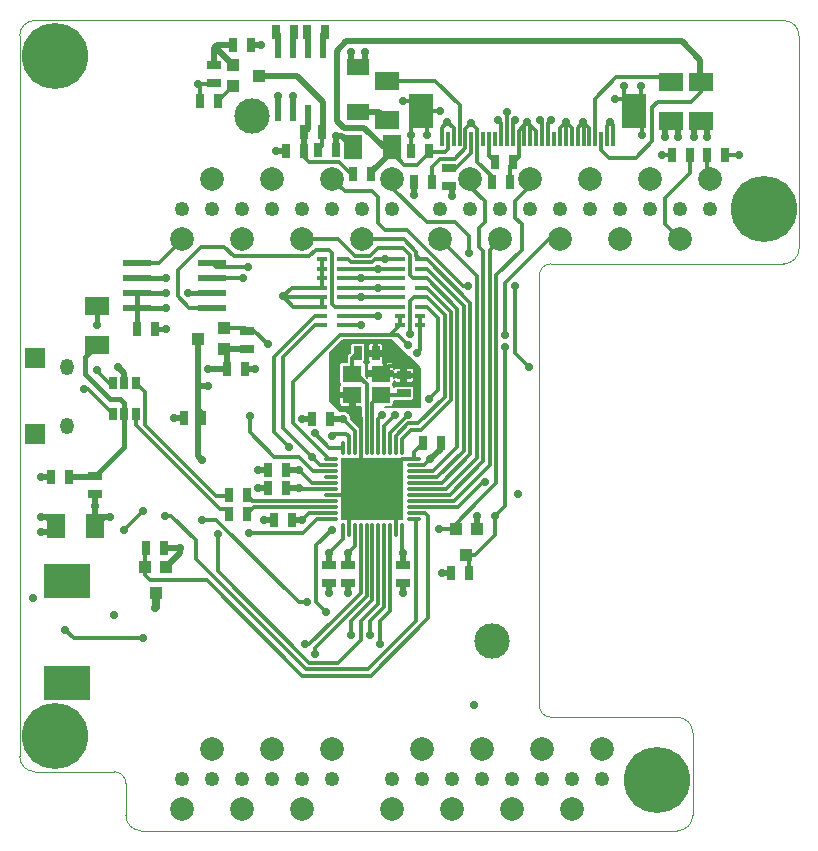
<source format=gbl>
G04 (created by PCBNEW (2013-07-07 BZR 4022)-stable) date 28/02/2015 19:43:01*
%MOIN*%
G04 Gerber Fmt 3.4, Leading zero omitted, Abs format*
%FSLAX34Y34*%
G01*
G70*
G90*
G04 APERTURE LIST*
%ADD10C,0.00590551*%
%ADD11C,0.000393701*%
%ADD12C,0.220472*%
%ADD13R,0.025X0.045*%
%ADD14R,0.011811X0.0511811*%
%ADD15R,0.0787402X0.11811*%
%ADD16R,0.0944701X0.0236*%
%ADD17R,0.08X0.06*%
%ADD18R,0.0629921X0.0551181*%
%ADD19R,0.0272X0.0394*%
%ADD20R,0.0433071X0.0433071*%
%ADD21R,0.0748031X0.0551181*%
%ADD22R,0.0236X0.0551*%
%ADD23R,0.06X0.08*%
%ADD24R,0.045X0.025*%
%ADD25R,0.0354331X0.0177165*%
%ADD26O,0.0511811X0.011811*%
%ADD27O,0.011811X0.0511811*%
%ADD28R,0.208661X0.208661*%
%ADD29C,0.11811*%
%ADD30O,0.0452756X0.0551181*%
%ADD31R,0.0669291X0.0669291*%
%ADD32C,0.0787402*%
%ADD33C,0.0492126*%
%ADD34R,0.15748X0.11811*%
%ADD35C,0.0275591*%
%ADD36C,0.011811*%
%ADD37C,0.019685*%
%ADD38C,0.015748*%
%ADD39C,0.0275591*%
%ADD40C,0.00787402*%
G04 APERTURE END LIST*
G54D10*
G54D11*
X42173Y-51606D02*
X42173Y-27590D01*
X42173Y-27590D02*
G75*
G02X42685Y-27078I511J0D01*
G74*
G01*
X45716Y-52511D02*
X45716Y-53574D01*
X42685Y-52118D02*
X45322Y-52118D01*
X67645Y-27078D02*
X42685Y-27078D01*
X68157Y-34677D02*
X68157Y-27590D01*
X59889Y-35188D02*
X67645Y-35188D01*
X59496Y-49913D02*
X59496Y-35582D01*
X64102Y-50307D02*
X59889Y-50307D01*
X64614Y-53574D02*
X64614Y-50818D01*
X46228Y-54086D02*
X64102Y-54086D01*
X45322Y-52118D02*
G75*
G02X45716Y-52511I0J-393D01*
G74*
G01*
X42685Y-52118D02*
G75*
G02X42173Y-51606I0J511D01*
G74*
G01*
X67645Y-27078D02*
G75*
G02X68157Y-27590I0J-511D01*
G74*
G01*
X68157Y-34678D02*
G75*
G02X67645Y-35188I-511J0D01*
G74*
G01*
X59496Y-35581D02*
G75*
G02X59889Y-35188I393J0D01*
G74*
G01*
X59889Y-50307D02*
G75*
G02X59496Y-49913I0J393D01*
G74*
G01*
X64103Y-50307D02*
G75*
G02X64614Y-50818I0J-511D01*
G74*
G01*
X64614Y-53575D02*
G75*
G02X64102Y-54086I-511J0D01*
G74*
G01*
X46227Y-54086D02*
G75*
G02X45716Y-53574I0J511D01*
G74*
G01*
G54D12*
X43354Y-50937D03*
X63433Y-52393D03*
X43354Y-28259D03*
X66976Y-33377D03*
G54D13*
X48784Y-29763D03*
X48184Y-29763D03*
G54D14*
X61956Y-31015D03*
X61759Y-31015D03*
X61562Y-31015D03*
X61366Y-31015D03*
X61169Y-31015D03*
X60972Y-31015D03*
X60775Y-31015D03*
X60578Y-31015D03*
X60381Y-31015D03*
X60185Y-31015D03*
X59988Y-31015D03*
X59791Y-31015D03*
X59594Y-31015D03*
X59397Y-31015D03*
X59200Y-31015D03*
X59003Y-31015D03*
X58807Y-31015D03*
X58610Y-31015D03*
X58413Y-31015D03*
X58216Y-31015D03*
X58019Y-31015D03*
X57822Y-31015D03*
X57625Y-31015D03*
X57429Y-31015D03*
X57232Y-31015D03*
X57035Y-31015D03*
X56838Y-31015D03*
X56641Y-31015D03*
X56444Y-31015D03*
X56248Y-31015D03*
G54D15*
X55559Y-30090D03*
X62645Y-30090D03*
G54D16*
X46095Y-35155D03*
X48589Y-35155D03*
X46095Y-35655D03*
X46095Y-36155D03*
X46095Y-36655D03*
X48589Y-35655D03*
X48589Y-36155D03*
X48589Y-36655D03*
G54D17*
X44744Y-36613D03*
X44744Y-37913D03*
G54D13*
X65093Y-31574D03*
X65693Y-31574D03*
X64532Y-31574D03*
X63932Y-31574D03*
X46392Y-44665D03*
X46992Y-44665D03*
G54D18*
X53267Y-38858D03*
X54212Y-38858D03*
X54212Y-39566D03*
X53267Y-39566D03*
G54D19*
X45295Y-39173D03*
X46043Y-39173D03*
X45669Y-39173D03*
X46043Y-40197D03*
X45295Y-40197D03*
X45669Y-40197D03*
G54D20*
X49291Y-28567D03*
X49291Y-29267D03*
X50157Y-28917D03*
X57416Y-44035D03*
X56716Y-44035D03*
X57066Y-44901D03*
X48996Y-38046D03*
X48996Y-37346D03*
X48129Y-37696D03*
G54D21*
X53464Y-30118D03*
X53464Y-28622D03*
G54D22*
X50785Y-30164D03*
X50785Y-28064D03*
X51285Y-30164D03*
X51785Y-30164D03*
X52285Y-30164D03*
X51285Y-28064D03*
X51785Y-28064D03*
X52285Y-28064D03*
G54D17*
X63897Y-29133D03*
X63897Y-30433D03*
X64881Y-29133D03*
X64881Y-30433D03*
G54D23*
X44685Y-43917D03*
X43385Y-43917D03*
G54D17*
X54429Y-29094D03*
X54429Y-30394D03*
G54D23*
X54587Y-31299D03*
X53287Y-31299D03*
G54D13*
X49148Y-42913D03*
X49748Y-42913D03*
X49148Y-43523D03*
X49748Y-43523D03*
G54D24*
X48661Y-29177D03*
X48661Y-28577D03*
G54D13*
X53902Y-32204D03*
X53302Y-32204D03*
G54D24*
X44685Y-42278D03*
X44685Y-42878D03*
G54D13*
X58026Y-31811D03*
X58626Y-31811D03*
X56570Y-45511D03*
X57170Y-45511D03*
G54D24*
X49763Y-37416D03*
X49763Y-38016D03*
X54960Y-45231D03*
X54960Y-45831D03*
G54D13*
X56205Y-41161D03*
X55605Y-41161D03*
X43823Y-42283D03*
X43223Y-42283D03*
X52524Y-40354D03*
X51924Y-40354D03*
X49286Y-27913D03*
X49886Y-27913D03*
X51048Y-42657D03*
X50448Y-42657D03*
X52268Y-30807D03*
X51668Y-30807D03*
X51638Y-31417D03*
X51038Y-31417D03*
X52347Y-27460D03*
X51747Y-27460D03*
X50723Y-27460D03*
X51323Y-27460D03*
X52121Y-31397D03*
X52721Y-31397D03*
G54D24*
X53110Y-45231D03*
X53110Y-45831D03*
G54D13*
X51244Y-43720D03*
X50644Y-43720D03*
G54D24*
X56476Y-32003D03*
X56476Y-32603D03*
G54D13*
X57908Y-32460D03*
X58508Y-32460D03*
X55910Y-32460D03*
X55310Y-32460D03*
X49089Y-38700D03*
X49689Y-38700D03*
X55831Y-31437D03*
X55231Y-31437D03*
G54D24*
X52500Y-45231D03*
X52500Y-45831D03*
G54D13*
X51048Y-42047D03*
X50448Y-42047D03*
X46097Y-37362D03*
X46697Y-37362D03*
G54D24*
X54980Y-39512D03*
X54980Y-38912D03*
G54D13*
X53440Y-38169D03*
X54040Y-38169D03*
X48252Y-40314D03*
X47652Y-40314D03*
G54D25*
X54842Y-37244D03*
X54842Y-36929D03*
X54842Y-36614D03*
X54842Y-36299D03*
X54842Y-35984D03*
X54842Y-35669D03*
X54842Y-35354D03*
X54842Y-35039D03*
X55511Y-35039D03*
X55511Y-35354D03*
X55511Y-35669D03*
X55511Y-35984D03*
X55511Y-36299D03*
X55511Y-36614D03*
X55511Y-36929D03*
X55511Y-37244D03*
X52933Y-35039D03*
X52933Y-35354D03*
X52933Y-35669D03*
X52933Y-35984D03*
X52933Y-36299D03*
X52933Y-36614D03*
X52933Y-36929D03*
X52933Y-37244D03*
X52263Y-37244D03*
X52263Y-36929D03*
X52263Y-36614D03*
X52263Y-36299D03*
X52263Y-35984D03*
X52263Y-35669D03*
X52263Y-35354D03*
X52263Y-35039D03*
G54D26*
X52559Y-43681D03*
X52559Y-43484D03*
X52559Y-43287D03*
X52559Y-43090D03*
X52559Y-42893D03*
X52559Y-42696D03*
X52559Y-42500D03*
X52559Y-42303D03*
X52559Y-42106D03*
X52559Y-41909D03*
X52559Y-41712D03*
G54D27*
X52952Y-41318D03*
X53149Y-41318D03*
X53346Y-41318D03*
X53543Y-41318D03*
X53740Y-41318D03*
X53937Y-41318D03*
X54133Y-41318D03*
X54330Y-41318D03*
X54527Y-41318D03*
X54724Y-41318D03*
X54921Y-41318D03*
G54D26*
X55314Y-41712D03*
X55314Y-41909D03*
X55314Y-42106D03*
X55314Y-42303D03*
X55314Y-42500D03*
X55314Y-42696D03*
X55314Y-42893D03*
X55314Y-43090D03*
X55314Y-43287D03*
X55314Y-43484D03*
X55314Y-43681D03*
G54D27*
X54921Y-44074D03*
X54724Y-44074D03*
X54527Y-44074D03*
X54330Y-44074D03*
X54133Y-44074D03*
X53937Y-44074D03*
X53740Y-44074D03*
X53543Y-44074D03*
X53346Y-44074D03*
X53149Y-44074D03*
X52952Y-44074D03*
G54D28*
X53937Y-42696D03*
G54D29*
X49905Y-30267D03*
X57905Y-47767D03*
G54D20*
X47062Y-45295D03*
X46362Y-45295D03*
X46712Y-46161D03*
G54D30*
X43767Y-38614D03*
X43767Y-40582D03*
G54D31*
X42704Y-38338D03*
X42704Y-40858D03*
G54D32*
X61602Y-51370D03*
X60602Y-53370D03*
X59602Y-51370D03*
X58602Y-53370D03*
X57602Y-51370D03*
X56602Y-53370D03*
X55602Y-51370D03*
X54602Y-53370D03*
G54D33*
X61602Y-52370D03*
X60602Y-52370D03*
X59602Y-52370D03*
X58602Y-52370D03*
X57602Y-52370D03*
X56602Y-52370D03*
X55602Y-52370D03*
X54602Y-52370D03*
G54D32*
X65202Y-32370D03*
X64202Y-34370D03*
X63202Y-32370D03*
X62202Y-34370D03*
X61202Y-32370D03*
X60202Y-34370D03*
X59202Y-32370D03*
X58202Y-34370D03*
X56202Y-34370D03*
G54D33*
X65202Y-33370D03*
X64202Y-33370D03*
X63202Y-33370D03*
X62202Y-33370D03*
X61202Y-33370D03*
X60202Y-33370D03*
X59202Y-33370D03*
X58202Y-33370D03*
X57202Y-33370D03*
X56202Y-33370D03*
G54D32*
X57202Y-32370D03*
X52602Y-51370D03*
X51602Y-53370D03*
X50602Y-51370D03*
X49602Y-53370D03*
X48602Y-51370D03*
X47602Y-53370D03*
G54D33*
X52602Y-52370D03*
X51602Y-52370D03*
X50602Y-52370D03*
X49602Y-52370D03*
X48602Y-52370D03*
X47602Y-52370D03*
G54D32*
X54602Y-32370D03*
X53602Y-34370D03*
X52602Y-32370D03*
X51602Y-34370D03*
X50602Y-32370D03*
X49602Y-34370D03*
X48602Y-32370D03*
X47602Y-34370D03*
G54D33*
X54602Y-33370D03*
X53602Y-33370D03*
X52602Y-33370D03*
X51602Y-33370D03*
X50602Y-33370D03*
X49602Y-33370D03*
X48602Y-33370D03*
X47602Y-33370D03*
G54D34*
X43748Y-45779D03*
X43748Y-49165D03*
G54D35*
X57322Y-49881D03*
X51496Y-42657D03*
X47795Y-36161D03*
X47066Y-36653D03*
X47066Y-36161D03*
X57224Y-30492D03*
X48740Y-28016D03*
X45196Y-43622D03*
X44685Y-43248D03*
X45314Y-46889D03*
X42637Y-46338D03*
X48444Y-38700D03*
X66141Y-31574D03*
X63602Y-31574D03*
X56240Y-45511D03*
X54960Y-44822D03*
X54133Y-36929D03*
X55846Y-41712D03*
X51476Y-42047D03*
X51574Y-43720D03*
X52952Y-40354D03*
X52500Y-44822D03*
X53110Y-44822D03*
X48779Y-44192D03*
X55807Y-39704D03*
X52007Y-40826D03*
X54271Y-40216D03*
X45669Y-44055D03*
X46279Y-43444D03*
X54704Y-40216D03*
X54370Y-35039D03*
X58700Y-30413D03*
X54114Y-35354D03*
X58405Y-30118D03*
X53543Y-35669D03*
X58129Y-30413D03*
X46692Y-46653D03*
X50452Y-37874D03*
X57696Y-42460D03*
X58681Y-35944D03*
X57106Y-35944D03*
X59153Y-38641D03*
X55137Y-40216D03*
X51751Y-46476D03*
X48267Y-43720D03*
X55177Y-37519D03*
X49822Y-44153D03*
X57145Y-34842D03*
X51692Y-47874D03*
X52007Y-48188D03*
X53858Y-47559D03*
X54173Y-47874D03*
X58366Y-37952D03*
X55413Y-38169D03*
X58011Y-43602D03*
X49625Y-35669D03*
X54133Y-35984D03*
X59507Y-30413D03*
X49783Y-35295D03*
X53543Y-36299D03*
X59881Y-30413D03*
X55137Y-37913D03*
X58366Y-37559D03*
X51909Y-41614D03*
X56141Y-44035D03*
X49842Y-40275D03*
X48267Y-41732D03*
X48464Y-39271D03*
X46299Y-47677D03*
X43700Y-47401D03*
X53228Y-47559D03*
X52401Y-46811D03*
X52598Y-40944D03*
X51161Y-41299D03*
X52578Y-44055D03*
X55236Y-30905D03*
X54940Y-29763D03*
X56181Y-30098D03*
X55767Y-30905D03*
X62893Y-29271D03*
X62322Y-29271D03*
X62027Y-29685D03*
X62913Y-30905D03*
X47047Y-37362D03*
X47066Y-35649D03*
X47519Y-44665D03*
X45452Y-38622D03*
X47322Y-40314D03*
X42874Y-44133D03*
X42874Y-43622D03*
X42893Y-42283D03*
X50314Y-43720D03*
X58779Y-42874D03*
X50019Y-38700D03*
X65098Y-30964D03*
X64665Y-30964D03*
X64114Y-30964D03*
X63681Y-30964D03*
X50964Y-36279D03*
X59094Y-30472D03*
X53543Y-37244D03*
X50216Y-27913D03*
X61870Y-30472D03*
X60964Y-30472D03*
X60374Y-30472D03*
X56437Y-30472D03*
X53700Y-28129D03*
X53228Y-28129D03*
X56594Y-32933D03*
X55314Y-32913D03*
X50708Y-31417D03*
X52736Y-30944D03*
X51279Y-29606D03*
X50787Y-29606D03*
X57421Y-43602D03*
X53110Y-43523D03*
X54763Y-43523D03*
X53110Y-41870D03*
X53937Y-42696D03*
X54763Y-41870D03*
X51594Y-40354D03*
X53267Y-40059D03*
X52736Y-39566D03*
X54980Y-38582D03*
X54370Y-38169D03*
X54960Y-46161D03*
X53110Y-46161D03*
X52500Y-46161D03*
X50118Y-42657D03*
X50118Y-42047D03*
X44744Y-37224D03*
X48129Y-29192D03*
X47007Y-43582D03*
X44744Y-38740D03*
X44311Y-39350D03*
G54D36*
X51638Y-31417D02*
X51638Y-31618D01*
X53228Y-32204D02*
X53302Y-32204D01*
X52814Y-31791D02*
X53228Y-32204D01*
X51811Y-31791D02*
X52814Y-31791D01*
X51638Y-31618D02*
X51811Y-31791D01*
G54D37*
X51638Y-31417D02*
X51638Y-30837D01*
X51638Y-30837D02*
X51668Y-30807D01*
X51785Y-30164D02*
X51785Y-30690D01*
X51785Y-30690D02*
X51668Y-30807D01*
G54D38*
X46095Y-36655D02*
X46095Y-37360D01*
X46095Y-37360D02*
X46097Y-37362D01*
X48589Y-36155D02*
X47801Y-36155D01*
X47801Y-36155D02*
X47795Y-36161D01*
X46095Y-36655D02*
X47064Y-36655D01*
X47064Y-36655D02*
X47066Y-36653D01*
X46095Y-36155D02*
X47061Y-36155D01*
X47061Y-36155D02*
X47066Y-36161D01*
X46095Y-36655D02*
X46095Y-36155D01*
G54D36*
X57429Y-31055D02*
X57429Y-31799D01*
X57908Y-32278D02*
X57908Y-32460D01*
X57429Y-31799D02*
X57908Y-32278D01*
X57429Y-31055D02*
X57429Y-30696D01*
X57429Y-30696D02*
X57224Y-30492D01*
X57035Y-30681D02*
X57224Y-30492D01*
X57035Y-30681D02*
X57035Y-31055D01*
X55910Y-32460D02*
X55910Y-31963D01*
X57035Y-31330D02*
X57035Y-31055D01*
X56673Y-31692D02*
X57035Y-31330D01*
X56181Y-31692D02*
X56673Y-31692D01*
X55910Y-31963D02*
X56181Y-31692D01*
G54D37*
X51048Y-42657D02*
X51496Y-42657D01*
X51496Y-42657D02*
X51476Y-42657D01*
G54D36*
X51515Y-42696D02*
X51476Y-42657D01*
X51515Y-42696D02*
X52559Y-42696D01*
G54D37*
X44685Y-43917D02*
X44980Y-43622D01*
X44980Y-43622D02*
X45196Y-43622D01*
X44685Y-42878D02*
X44685Y-42879D01*
X44685Y-42879D02*
X44685Y-43248D01*
X44685Y-43248D02*
X44685Y-43917D01*
X51574Y-43720D02*
X51244Y-43720D01*
X49089Y-38700D02*
X49089Y-38140D01*
X49089Y-38140D02*
X48996Y-38046D01*
X49089Y-38700D02*
X48444Y-38700D01*
X48996Y-38046D02*
X49733Y-38046D01*
X49733Y-38046D02*
X49763Y-38016D01*
G54D36*
X65693Y-31574D02*
X66141Y-31574D01*
X63932Y-31574D02*
X63602Y-31574D01*
G54D37*
X56240Y-45511D02*
X56570Y-45511D01*
G54D36*
X52933Y-36929D02*
X54133Y-36929D01*
X56205Y-41161D02*
X56205Y-41353D01*
X55649Y-41909D02*
X55846Y-41712D01*
X55649Y-41909D02*
X55314Y-41909D01*
G54D37*
X56205Y-41353D02*
X55846Y-41712D01*
X49291Y-28567D02*
X48740Y-28016D01*
X48740Y-28016D02*
X48735Y-28011D01*
X48735Y-28011D02*
X48661Y-28011D01*
X48661Y-28577D02*
X48661Y-28011D01*
X48759Y-27913D02*
X48661Y-28011D01*
X48759Y-27913D02*
X49286Y-27913D01*
X51048Y-42047D02*
X51476Y-42047D01*
G54D36*
X51929Y-42500D02*
X51476Y-42047D01*
X51929Y-42500D02*
X52559Y-42500D01*
G54D37*
X52524Y-40354D02*
X52952Y-40354D01*
G54D36*
X53346Y-40748D02*
X52952Y-40354D01*
X53346Y-40748D02*
X53346Y-41318D01*
G54D37*
X54960Y-45231D02*
X54960Y-44822D01*
G54D36*
X54921Y-44783D02*
X54960Y-44822D01*
X54921Y-44783D02*
X54921Y-44074D01*
G54D37*
X52500Y-45231D02*
X52500Y-44822D01*
G54D36*
X52952Y-44370D02*
X52500Y-44822D01*
X52952Y-44370D02*
X52952Y-44074D01*
X51811Y-43484D02*
X51574Y-43720D01*
X51811Y-43484D02*
X52559Y-43484D01*
X61562Y-31015D02*
X61562Y-31405D01*
X64881Y-29448D02*
X64881Y-29133D01*
X64547Y-29783D02*
X64881Y-29448D01*
X63444Y-29783D02*
X64547Y-29783D01*
X63267Y-29960D02*
X63444Y-29783D01*
X63267Y-31102D02*
X63267Y-29960D01*
X62716Y-31653D02*
X63267Y-31102D01*
X61811Y-31653D02*
X62716Y-31653D01*
X61562Y-31405D02*
X61811Y-31653D01*
G54D37*
X54587Y-31299D02*
X54311Y-31299D01*
X54311Y-31299D02*
X53661Y-30649D01*
X64862Y-28385D02*
X64862Y-29133D01*
X64251Y-27775D02*
X64862Y-28385D01*
X53070Y-27775D02*
X64251Y-27775D01*
X52755Y-28090D02*
X53070Y-27775D01*
X52755Y-30433D02*
X52755Y-28090D01*
X52972Y-30649D02*
X52755Y-30433D01*
X53661Y-30649D02*
X52972Y-30649D01*
G54D36*
X54587Y-31299D02*
X54587Y-31476D01*
X55885Y-31437D02*
X55831Y-31437D01*
X55433Y-31889D02*
X55885Y-31437D01*
X55000Y-31889D02*
X55433Y-31889D01*
X54587Y-31476D02*
X55000Y-31889D01*
X56444Y-31055D02*
X56444Y-31370D01*
X56444Y-31370D02*
X56338Y-31476D01*
X56338Y-31476D02*
X55870Y-31476D01*
X55870Y-31476D02*
X55831Y-31437D01*
X53902Y-32204D02*
X53902Y-32140D01*
X54587Y-31456D02*
X54587Y-31299D01*
G54D37*
X53902Y-32140D02*
X54587Y-31456D01*
X53110Y-45231D02*
X53110Y-44822D01*
G54D36*
X53346Y-44586D02*
X53110Y-44822D01*
X53346Y-44586D02*
X53346Y-44074D01*
X48784Y-29763D02*
X48794Y-29763D01*
X48794Y-29763D02*
X49291Y-29267D01*
X48779Y-44192D02*
X48779Y-45433D01*
X51830Y-48484D02*
X48779Y-45433D01*
X54133Y-44074D02*
X54133Y-46515D01*
X52795Y-48484D02*
X51830Y-48484D01*
X53543Y-47736D02*
X52795Y-48484D01*
X53543Y-47106D02*
X53543Y-47736D01*
X54133Y-46515D02*
X53543Y-47106D01*
X55807Y-39704D02*
X56122Y-39389D01*
X52952Y-41318D02*
X52500Y-41318D01*
X52500Y-41318D02*
X52007Y-40826D01*
X55748Y-36614D02*
X55511Y-36614D01*
X56122Y-36988D02*
X55748Y-36614D01*
X56122Y-39389D02*
X56122Y-36988D01*
X51161Y-34940D02*
X49311Y-34940D01*
X47836Y-36655D02*
X48392Y-36655D01*
X47440Y-36259D02*
X47836Y-36655D01*
X47440Y-35393D02*
X47440Y-36259D01*
X48208Y-34625D02*
X47440Y-35393D01*
X48996Y-34625D02*
X48208Y-34625D01*
X49311Y-34940D02*
X48996Y-34625D01*
X52933Y-36614D02*
X52696Y-36614D01*
X51830Y-34940D02*
X51161Y-34940D01*
X51161Y-34940D02*
X51141Y-34940D01*
X52047Y-34724D02*
X51830Y-34940D01*
X52500Y-34724D02*
X52047Y-34724D01*
X52598Y-34822D02*
X52500Y-34724D01*
X52598Y-36515D02*
X52598Y-34822D01*
X52696Y-36614D02*
X52598Y-36515D01*
X54842Y-36614D02*
X52933Y-36614D01*
X65093Y-31574D02*
X65093Y-32261D01*
X65093Y-32261D02*
X65202Y-32370D01*
X54133Y-41318D02*
X54133Y-40354D01*
X54133Y-40354D02*
X54271Y-40216D01*
X64202Y-34370D02*
X63700Y-33868D01*
X64532Y-32160D02*
X64532Y-31574D01*
X63700Y-32992D02*
X64532Y-32160D01*
X63700Y-33868D02*
X63700Y-32992D01*
X45669Y-44055D02*
X46279Y-43444D01*
X54330Y-41318D02*
X54330Y-40590D01*
X54330Y-40590D02*
X54704Y-40216D01*
X58610Y-30503D02*
X58700Y-30413D01*
X58610Y-30503D02*
X58610Y-31055D01*
X52933Y-35039D02*
X53129Y-35039D01*
X54370Y-35039D02*
X54842Y-35039D01*
X54035Y-35039D02*
X54370Y-35039D01*
X53937Y-35137D02*
X54035Y-35039D01*
X53228Y-35137D02*
X53937Y-35137D01*
X53129Y-35039D02*
X53228Y-35137D01*
X55511Y-35039D02*
X55748Y-35039D01*
X55748Y-35039D02*
X57204Y-36496D01*
X55511Y-35039D02*
X55393Y-34921D01*
X55393Y-34921D02*
X55393Y-34783D01*
X55393Y-34783D02*
X54980Y-34370D01*
X54980Y-34370D02*
X53602Y-34370D01*
X55314Y-42500D02*
X56240Y-42500D01*
X57204Y-41535D02*
X57204Y-36496D01*
X56240Y-42500D02*
X57204Y-41535D01*
X55314Y-42303D02*
X56102Y-42303D01*
X55748Y-35354D02*
X55511Y-35354D01*
X56988Y-36594D02*
X55748Y-35354D01*
X56988Y-41417D02*
X56988Y-36594D01*
X56102Y-42303D02*
X56988Y-41417D01*
X55511Y-35669D02*
X55275Y-35669D01*
X52795Y-34370D02*
X51602Y-34370D01*
X53366Y-34940D02*
X52795Y-34370D01*
X53838Y-34940D02*
X53366Y-34940D01*
X54114Y-34665D02*
X53838Y-34940D01*
X54960Y-34665D02*
X54114Y-34665D01*
X55177Y-34881D02*
X54960Y-34665D01*
X55177Y-35570D02*
X55177Y-34881D01*
X55275Y-35669D02*
X55177Y-35570D01*
X55314Y-42106D02*
X55964Y-42106D01*
X55748Y-35669D02*
X55511Y-35669D01*
X56771Y-36692D02*
X55748Y-35669D01*
X56771Y-41299D02*
X56771Y-36692D01*
X55964Y-42106D02*
X56771Y-41299D01*
X58413Y-30125D02*
X58405Y-30118D01*
X58413Y-30125D02*
X58413Y-31055D01*
X54842Y-35354D02*
X54114Y-35354D01*
X54114Y-35354D02*
X52933Y-35354D01*
X58216Y-30500D02*
X58129Y-30413D01*
X58216Y-30500D02*
X58216Y-31055D01*
X52933Y-35669D02*
X53543Y-35669D01*
X53543Y-35669D02*
X54842Y-35669D01*
G54D39*
X46712Y-46633D02*
X46712Y-46161D01*
X46692Y-46653D02*
X46712Y-46633D01*
G54D36*
X46362Y-45295D02*
X46362Y-45555D01*
X46535Y-45728D02*
X48405Y-45728D01*
X46362Y-45555D02*
X46535Y-45728D01*
X46362Y-45295D02*
X46362Y-44695D01*
X46362Y-44695D02*
X46392Y-44665D01*
X55314Y-43484D02*
X55688Y-43484D01*
X51594Y-48917D02*
X48405Y-45728D01*
X53877Y-48917D02*
X51594Y-48917D01*
X55787Y-47007D02*
X53877Y-48917D01*
X55787Y-43582D02*
X55787Y-47007D01*
X55688Y-43484D02*
X55787Y-43582D01*
X49995Y-37416D02*
X50452Y-37874D01*
X49763Y-37416D02*
X49995Y-37416D01*
X48996Y-37346D02*
X49694Y-37346D01*
X49694Y-37346D02*
X49763Y-37416D01*
X55314Y-42696D02*
X56377Y-42696D01*
X57421Y-35588D02*
X56202Y-34370D01*
X57421Y-41653D02*
X57421Y-35588D01*
X56377Y-42696D02*
X57421Y-41653D01*
X55314Y-42893D02*
X56515Y-42893D01*
X57202Y-32615D02*
X57202Y-32370D01*
X57696Y-33110D02*
X57202Y-32615D01*
X57696Y-33799D02*
X57696Y-33110D01*
X57500Y-33996D02*
X57696Y-33799D01*
X57500Y-34625D02*
X57500Y-33996D01*
X57637Y-34763D02*
X57500Y-34625D01*
X57637Y-41771D02*
X57637Y-34763D01*
X56515Y-42893D02*
X57637Y-41771D01*
X58202Y-34370D02*
X57854Y-34718D01*
X57854Y-34718D02*
X57854Y-34724D01*
X55314Y-43090D02*
X56653Y-43090D01*
X57854Y-41889D02*
X57854Y-34724D01*
X56653Y-43090D02*
X57854Y-41889D01*
X57322Y-42755D02*
X57618Y-42460D01*
X57618Y-42460D02*
X57696Y-42460D01*
X56968Y-35944D02*
X57106Y-35944D01*
X55098Y-34074D02*
X56968Y-35944D01*
X54370Y-34074D02*
X55098Y-34074D01*
X54114Y-33818D02*
X54370Y-34074D01*
X54114Y-32952D02*
X54114Y-33818D01*
X53937Y-32775D02*
X54114Y-32952D01*
X53007Y-32775D02*
X53937Y-32775D01*
X52602Y-32370D02*
X53007Y-32775D01*
X58681Y-38169D02*
X58681Y-35944D01*
X58681Y-38169D02*
X59153Y-38641D01*
X57322Y-42755D02*
X56791Y-43287D01*
X55314Y-43287D02*
X56791Y-43287D01*
X46095Y-35155D02*
X46836Y-35155D01*
X46836Y-35155D02*
X47622Y-34370D01*
X48720Y-43720D02*
X51476Y-46476D01*
X51476Y-46476D02*
X51751Y-46476D01*
X54527Y-40826D02*
X54803Y-40551D01*
X54803Y-40551D02*
X54803Y-40551D01*
X54803Y-40551D02*
X55137Y-40216D01*
X54527Y-41318D02*
X54527Y-40826D01*
X48720Y-43720D02*
X48267Y-43720D01*
X55511Y-36299D02*
X55314Y-36299D01*
X55177Y-36437D02*
X55177Y-37519D01*
X55314Y-36299D02*
X55177Y-36437D01*
X54724Y-41318D02*
X54724Y-40925D01*
X55748Y-36299D02*
X55511Y-36299D01*
X56338Y-36889D02*
X55748Y-36299D01*
X56338Y-39625D02*
X56338Y-36889D01*
X55452Y-40511D02*
X56338Y-39625D01*
X55137Y-40511D02*
X55452Y-40511D01*
X54724Y-40925D02*
X55137Y-40511D01*
X52086Y-43681D02*
X52559Y-43681D01*
X51614Y-44153D02*
X49822Y-44153D01*
X52086Y-43681D02*
X51614Y-44153D01*
X54602Y-32653D02*
X55748Y-33799D01*
X55748Y-33799D02*
X56673Y-33799D01*
X56673Y-33799D02*
X57145Y-34271D01*
X57145Y-34271D02*
X57145Y-34842D01*
X54602Y-32370D02*
X54602Y-32653D01*
X53543Y-46161D02*
X52647Y-47057D01*
X53543Y-44074D02*
X53543Y-46161D01*
X52647Y-47057D02*
X51830Y-47874D01*
X51830Y-47874D02*
X51692Y-47874D01*
X52952Y-47066D02*
X52007Y-48011D01*
X52007Y-48011D02*
X52007Y-48188D01*
X53740Y-44074D02*
X53740Y-46279D01*
X53740Y-46279D02*
X52952Y-47066D01*
X54330Y-46633D02*
X53858Y-47106D01*
X53858Y-47106D02*
X53858Y-47559D01*
X54330Y-44074D02*
X54330Y-46633D01*
X54527Y-46751D02*
X54173Y-47106D01*
X54173Y-47106D02*
X54173Y-47874D01*
X54527Y-44074D02*
X54527Y-46751D01*
X58011Y-43602D02*
X58366Y-43248D01*
X58366Y-43248D02*
X58366Y-41496D01*
X58366Y-37952D02*
X58366Y-41496D01*
X55511Y-37244D02*
X55511Y-38070D01*
X55511Y-38070D02*
X55413Y-38169D01*
X55511Y-36929D02*
X55511Y-37244D01*
X57066Y-44901D02*
X57342Y-44901D01*
X57342Y-44901D02*
X58011Y-44232D01*
X58011Y-44232D02*
X58011Y-43602D01*
X57170Y-45511D02*
X57170Y-45004D01*
X57170Y-45004D02*
X57066Y-44901D01*
X48589Y-35655D02*
X48603Y-35669D01*
X48603Y-35669D02*
X49625Y-35669D01*
X59594Y-30500D02*
X59507Y-30413D01*
X59594Y-30500D02*
X59594Y-31055D01*
X54842Y-35984D02*
X54133Y-35984D01*
X54133Y-35984D02*
X52933Y-35984D01*
X54921Y-41318D02*
X54921Y-41062D01*
X55748Y-35984D02*
X55511Y-35984D01*
X56555Y-36791D02*
X55748Y-35984D01*
X56555Y-39744D02*
X56555Y-36791D01*
X55570Y-40728D02*
X56555Y-39744D01*
X55236Y-40728D02*
X55570Y-40728D01*
X54921Y-41043D02*
X55236Y-40728D01*
X49783Y-35295D02*
X48729Y-35295D01*
X48729Y-35295D02*
X48589Y-35155D01*
X59791Y-30503D02*
X59881Y-30413D01*
X59791Y-30503D02*
X59791Y-31055D01*
X52933Y-36299D02*
X53543Y-36299D01*
X53543Y-36299D02*
X54842Y-36299D01*
X54537Y-37549D02*
X54773Y-37549D01*
X54773Y-37549D02*
X55137Y-37913D01*
X59822Y-34370D02*
X60202Y-34370D01*
X58366Y-35826D02*
X59822Y-34370D01*
X58366Y-37559D02*
X58366Y-35826D01*
X54842Y-37244D02*
X54842Y-36929D01*
X52864Y-37549D02*
X54537Y-37549D01*
X54537Y-37549D02*
X54842Y-37244D01*
X52559Y-41712D02*
X52480Y-41712D01*
X51279Y-39133D02*
X52864Y-37549D01*
X51279Y-40511D02*
X51279Y-39133D01*
X52480Y-41712D02*
X51279Y-40511D01*
X57500Y-43070D02*
X58070Y-42500D01*
X58070Y-42500D02*
X58070Y-41751D01*
X56716Y-44035D02*
X56716Y-43853D01*
X59202Y-32588D02*
X59202Y-32370D01*
X58070Y-41751D02*
X58070Y-35570D01*
X58070Y-35570D02*
X58917Y-34724D01*
X58917Y-34724D02*
X58917Y-33877D01*
X58917Y-33877D02*
X58700Y-33661D01*
X58700Y-33661D02*
X58700Y-33090D01*
X58700Y-33090D02*
X59202Y-32588D01*
X56716Y-43853D02*
X57500Y-43070D01*
X50964Y-39212D02*
X50964Y-38307D01*
X52027Y-37244D02*
X52263Y-37244D01*
X50964Y-38307D02*
X52027Y-37244D01*
X50964Y-40669D02*
X50964Y-39212D01*
X51909Y-41614D02*
X50964Y-40669D01*
X52559Y-41909D02*
X52204Y-41909D01*
X56141Y-44035D02*
X56716Y-44035D01*
X52204Y-41909D02*
X51909Y-41614D01*
X49842Y-40275D02*
X49842Y-40787D01*
X50669Y-41614D02*
X51476Y-41614D01*
X49842Y-40787D02*
X50669Y-41614D01*
X52559Y-42106D02*
X51968Y-42106D01*
X51968Y-42106D02*
X51476Y-41614D01*
X46043Y-39173D02*
X46062Y-39173D01*
X46358Y-40570D02*
X48720Y-42933D01*
X46358Y-39468D02*
X46358Y-40570D01*
X46062Y-39173D02*
X46358Y-39468D01*
X49148Y-42913D02*
X49129Y-42933D01*
X49129Y-42933D02*
X48720Y-42933D01*
X46043Y-40197D02*
X46043Y-40570D01*
X46043Y-40570D02*
X48838Y-43366D01*
X49148Y-43523D02*
X49091Y-43366D01*
X49091Y-43366D02*
X48838Y-43366D01*
G54D37*
X48252Y-40314D02*
X48252Y-40181D01*
X48252Y-40181D02*
X48129Y-40059D01*
X48252Y-40314D02*
X48149Y-40314D01*
X48129Y-40295D02*
X48252Y-40314D01*
X48149Y-40314D02*
X48129Y-40295D01*
X48464Y-39271D02*
X48129Y-39271D01*
X48129Y-39271D02*
X48129Y-39291D01*
X48129Y-37696D02*
X48129Y-39291D01*
X48129Y-39291D02*
X48129Y-40059D01*
X48129Y-40059D02*
X48129Y-41594D01*
X48129Y-41594D02*
X48267Y-41732D01*
G54D36*
X43976Y-47677D02*
X46299Y-47677D01*
X43700Y-47401D02*
X43976Y-47677D01*
X53937Y-44074D02*
X53937Y-46397D01*
X53228Y-47106D02*
X53228Y-47559D01*
X53937Y-46397D02*
X53228Y-47106D01*
X52066Y-46259D02*
X52066Y-46476D01*
X52066Y-46476D02*
X52401Y-46811D01*
X50649Y-39114D02*
X50649Y-38307D01*
X52027Y-36929D02*
X52263Y-36929D01*
X50649Y-38307D02*
X52027Y-36929D01*
X52972Y-40866D02*
X52677Y-40866D01*
X52677Y-40866D02*
X52598Y-40944D01*
X50649Y-40787D02*
X50649Y-39114D01*
X51161Y-41299D02*
X50649Y-40787D01*
X53070Y-40866D02*
X52972Y-40866D01*
X52578Y-44055D02*
X52066Y-44566D01*
X53149Y-41318D02*
X53149Y-40944D01*
X53149Y-40944D02*
X53070Y-40866D01*
X52066Y-44566D02*
X52066Y-46259D01*
X55231Y-31437D02*
X55236Y-31432D01*
X55236Y-30413D02*
X55236Y-30905D01*
X55236Y-30413D02*
X55559Y-30090D01*
X55236Y-31432D02*
X55236Y-30905D01*
X55559Y-30090D02*
X55232Y-29763D01*
X55232Y-29763D02*
X54940Y-29763D01*
X55559Y-30090D02*
X55566Y-30098D01*
X55566Y-30098D02*
X56181Y-30098D01*
X55559Y-30090D02*
X55767Y-30299D01*
X55767Y-30299D02*
X55767Y-30905D01*
X62645Y-30090D02*
X62893Y-29842D01*
X62893Y-29842D02*
X62893Y-29271D01*
X62645Y-30090D02*
X62322Y-29767D01*
X62322Y-29767D02*
X62322Y-29271D01*
X62645Y-30090D02*
X62240Y-29685D01*
X62240Y-29685D02*
X62027Y-29685D01*
X62645Y-30090D02*
X62913Y-30358D01*
X62913Y-30358D02*
X62913Y-30905D01*
G54D38*
X46697Y-37362D02*
X47047Y-37362D01*
X46095Y-35655D02*
X47061Y-35655D01*
X47061Y-35655D02*
X47066Y-35649D01*
G54D37*
X47519Y-44665D02*
X47519Y-44838D01*
X46992Y-44665D02*
X47519Y-44665D01*
X47519Y-44838D02*
X47062Y-45295D01*
X45669Y-39173D02*
X45669Y-38838D01*
X45669Y-38838D02*
X45452Y-38622D01*
X47652Y-40314D02*
X47322Y-40314D01*
X43385Y-43917D02*
X43168Y-44133D01*
X43168Y-44133D02*
X42874Y-44133D01*
X43385Y-43917D02*
X43090Y-43622D01*
X43090Y-43622D02*
X42874Y-43622D01*
X43223Y-42283D02*
X42893Y-42283D01*
X50644Y-43720D02*
X50314Y-43720D01*
X49689Y-38700D02*
X50019Y-38700D01*
X64881Y-30433D02*
X65098Y-30650D01*
X65098Y-30650D02*
X65098Y-30964D01*
X64881Y-30433D02*
X64665Y-30650D01*
X64665Y-30650D02*
X64665Y-30964D01*
X63897Y-30433D02*
X64114Y-30650D01*
X64114Y-30650D02*
X64114Y-30964D01*
X63897Y-30433D02*
X63681Y-30650D01*
X63681Y-30650D02*
X63681Y-30964D01*
G54D36*
X52263Y-36614D02*
X51299Y-36614D01*
X50984Y-36299D02*
X50964Y-36279D01*
X52263Y-36299D02*
X50984Y-36299D01*
X51259Y-35984D02*
X52263Y-35984D01*
X51259Y-35984D02*
X50964Y-36279D01*
X51299Y-36614D02*
X50964Y-36279D01*
X52263Y-35039D02*
X52263Y-35354D01*
X52263Y-35354D02*
X52263Y-35669D01*
X52263Y-35984D02*
X52263Y-35669D01*
X52263Y-36614D02*
X52263Y-36299D01*
X59397Y-31055D02*
X59397Y-30775D01*
X59397Y-30775D02*
X59094Y-30472D01*
X58807Y-31055D02*
X58807Y-30759D01*
X59200Y-30578D02*
X59094Y-30472D01*
X59200Y-31055D02*
X59200Y-30578D01*
X59003Y-30562D02*
X59003Y-31055D01*
X59003Y-30562D02*
X59094Y-30472D01*
X58807Y-30759D02*
X59094Y-30472D01*
X52933Y-37244D02*
X53543Y-37244D01*
X55605Y-41161D02*
X55314Y-41451D01*
X55314Y-41451D02*
X55314Y-41712D01*
G54D37*
X49886Y-27913D02*
X50216Y-27913D01*
G54D36*
X61956Y-31055D02*
X61956Y-30559D01*
X61759Y-30582D02*
X61870Y-30472D01*
X61759Y-30582D02*
X61759Y-31055D01*
X61956Y-30559D02*
X61870Y-30472D01*
X61169Y-31055D02*
X61169Y-30677D01*
X61169Y-30677D02*
X60964Y-30472D01*
X60775Y-31055D02*
X60775Y-30661D01*
X60972Y-30480D02*
X60964Y-30472D01*
X60972Y-30480D02*
X60972Y-31055D01*
X60775Y-30661D02*
X60964Y-30472D01*
X60578Y-31055D02*
X60578Y-30677D01*
X60578Y-30677D02*
X60374Y-30472D01*
X60185Y-31055D02*
X60185Y-30661D01*
X60381Y-30480D02*
X60374Y-30472D01*
X60381Y-30480D02*
X60381Y-31055D01*
X60185Y-30661D02*
X60374Y-30472D01*
X56641Y-31055D02*
X56641Y-30677D01*
X56248Y-30661D02*
X56437Y-30472D01*
X56248Y-30661D02*
X56248Y-31055D01*
X56641Y-30677D02*
X56437Y-30472D01*
X53464Y-28622D02*
X53700Y-28385D01*
G54D37*
X53700Y-28385D02*
X53700Y-28129D01*
G54D36*
X53464Y-28622D02*
X53228Y-28385D01*
G54D37*
X53228Y-28385D02*
X53228Y-28129D01*
G54D36*
X58508Y-32460D02*
X58508Y-31929D01*
X58508Y-31929D02*
X58626Y-31811D01*
X58807Y-31055D02*
X58807Y-31630D01*
X58807Y-31630D02*
X58626Y-31811D01*
G54D37*
X56476Y-32603D02*
X56594Y-32721D01*
X56594Y-32721D02*
X56594Y-32933D01*
X55310Y-32460D02*
X55310Y-32908D01*
G54D36*
X55310Y-32908D02*
X55314Y-32913D01*
G54D37*
X51038Y-31417D02*
X50708Y-31417D01*
X52736Y-30944D02*
X52932Y-30944D01*
G54D36*
X52721Y-30959D02*
X52736Y-30944D01*
G54D37*
X52721Y-31397D02*
X52721Y-30959D01*
X52932Y-30944D02*
X53287Y-31299D01*
X51285Y-30164D02*
X51285Y-29612D01*
X51285Y-29612D02*
X51279Y-29606D01*
X50785Y-30164D02*
X50785Y-29608D01*
X50785Y-29608D02*
X50787Y-29606D01*
X57416Y-44035D02*
X57416Y-43606D01*
G54D36*
X57416Y-43606D02*
X57421Y-43602D01*
X53110Y-43523D02*
X53937Y-42696D01*
X54763Y-43523D02*
X53937Y-42696D01*
X53110Y-41870D02*
X53937Y-42696D01*
X54763Y-41870D02*
X53937Y-42696D01*
G54D37*
X51924Y-40354D02*
X51594Y-40354D01*
G54D36*
X53543Y-41318D02*
X53543Y-40334D01*
X53267Y-40059D02*
X53267Y-39566D01*
X53543Y-40334D02*
X53267Y-40059D01*
X53267Y-39566D02*
X52736Y-39566D01*
X54980Y-38582D02*
X54488Y-38582D01*
X54980Y-38912D02*
X54980Y-38582D01*
X54488Y-38582D02*
X54212Y-38858D01*
X54370Y-38169D02*
X54370Y-38700D01*
X54040Y-38169D02*
X54370Y-38169D01*
X54370Y-38700D02*
X54212Y-38858D01*
G54D37*
X54960Y-45831D02*
X54960Y-46161D01*
X53110Y-45831D02*
X53110Y-46161D01*
X52500Y-45831D02*
X52500Y-46161D01*
G54D36*
X53149Y-44074D02*
X53149Y-43484D01*
X53149Y-43484D02*
X53937Y-42696D01*
X54724Y-44074D02*
X54724Y-43484D01*
X54724Y-43484D02*
X53937Y-42696D01*
X55314Y-41712D02*
X54921Y-41712D01*
X54921Y-41712D02*
X53937Y-42696D01*
X53543Y-41318D02*
X53543Y-42303D01*
X53543Y-42303D02*
X53937Y-42696D01*
G54D37*
X50448Y-42657D02*
X50118Y-42657D01*
X50448Y-42047D02*
X50118Y-42047D01*
G54D36*
X52559Y-42893D02*
X53740Y-42893D01*
X53740Y-42893D02*
X53937Y-42696D01*
X54212Y-39566D02*
X54925Y-39566D01*
X54925Y-39566D02*
X54980Y-39512D01*
X53937Y-41318D02*
X53937Y-39842D01*
X53937Y-39842D02*
X54212Y-39566D01*
X53267Y-38858D02*
X53267Y-38341D01*
X53267Y-38341D02*
X53440Y-38169D01*
X53740Y-41318D02*
X53740Y-39212D01*
X53385Y-38858D02*
X53267Y-38858D01*
X53740Y-39212D02*
X53385Y-38858D01*
X54429Y-29094D02*
X56023Y-29094D01*
X56838Y-31055D02*
X56838Y-29909D01*
X56838Y-29909D02*
X56023Y-29094D01*
X56476Y-32003D02*
X56737Y-32003D01*
X57232Y-31507D02*
X57232Y-31055D01*
X56737Y-32003D02*
X57232Y-31507D01*
G54D37*
X53464Y-30118D02*
X54153Y-30118D01*
X54153Y-30118D02*
X54429Y-30394D01*
X51785Y-28064D02*
X51785Y-27498D01*
X51785Y-27498D02*
X51747Y-27460D01*
G54D36*
X57822Y-31055D02*
X57822Y-31607D01*
X57822Y-31607D02*
X58026Y-31811D01*
X52268Y-30807D02*
X52268Y-31250D01*
X52268Y-31250D02*
X52121Y-31397D01*
G54D37*
X52285Y-30164D02*
X52285Y-30790D01*
X52285Y-30790D02*
X52268Y-30807D01*
X52285Y-29785D02*
X52285Y-30164D01*
X51417Y-28917D02*
X52285Y-29785D01*
X50157Y-28917D02*
X51417Y-28917D01*
X52285Y-28064D02*
X52285Y-27522D01*
X52285Y-27522D02*
X52347Y-27460D01*
X51285Y-28064D02*
X51285Y-27498D01*
X51285Y-27498D02*
X51323Y-27460D01*
X50785Y-28064D02*
X50785Y-27522D01*
X50785Y-27522D02*
X50723Y-27460D01*
G54D38*
X44744Y-37224D02*
X44744Y-36613D01*
G54D36*
X48184Y-29763D02*
X48184Y-29247D01*
X48184Y-29247D02*
X48129Y-29192D01*
X48646Y-29192D02*
X48661Y-29177D01*
X48129Y-29192D02*
X48646Y-29192D01*
X48051Y-44409D02*
X47224Y-43582D01*
X47224Y-43582D02*
X47007Y-43582D01*
X55314Y-43681D02*
X55393Y-43759D01*
X48051Y-45039D02*
X48051Y-44409D01*
X51712Y-48700D02*
X48051Y-45039D01*
X53779Y-48700D02*
X51712Y-48700D01*
X55393Y-47086D02*
X53779Y-48700D01*
X55393Y-43759D02*
X55393Y-47086D01*
X44744Y-38740D02*
X44724Y-38740D01*
X44724Y-38740D02*
X45216Y-39232D01*
X44311Y-39350D02*
X44448Y-39350D01*
X44448Y-39350D02*
X45295Y-40197D01*
X52559Y-43090D02*
X49925Y-43090D01*
X49925Y-43090D02*
X49748Y-42913D01*
X52559Y-43287D02*
X49985Y-43287D01*
X49985Y-43287D02*
X49748Y-43523D01*
X64094Y-28975D02*
X62067Y-28975D01*
X61362Y-31015D02*
X61366Y-31015D01*
X61362Y-29681D02*
X61362Y-31015D01*
X62067Y-28975D02*
X61362Y-29681D01*
G54D38*
X44468Y-38956D02*
X44370Y-38858D01*
X44370Y-38287D02*
X44744Y-37913D01*
X44370Y-38858D02*
X44370Y-38287D01*
X45669Y-40197D02*
X45669Y-41294D01*
X45669Y-41294D02*
X44685Y-42278D01*
X45669Y-39822D02*
X45669Y-40197D01*
X45531Y-39685D02*
X45669Y-39822D01*
X45196Y-39685D02*
X45531Y-39685D01*
X44468Y-38956D02*
X45196Y-39685D01*
G54D37*
X44685Y-42278D02*
X44680Y-42283D01*
X44680Y-42283D02*
X43823Y-42283D01*
G54D10*
G36*
X55511Y-39980D02*
X55256Y-39980D01*
X55190Y-39952D01*
X55085Y-39952D01*
X55018Y-39980D01*
X54823Y-39980D01*
X54757Y-39952D01*
X54652Y-39952D01*
X54585Y-39980D01*
X54390Y-39980D01*
X54362Y-39968D01*
X54552Y-39968D01*
X54598Y-39949D01*
X54634Y-39913D01*
X54653Y-39867D01*
X54653Y-39817D01*
X54653Y-39751D01*
X54702Y-39751D01*
X54730Y-39763D01*
X54780Y-39763D01*
X55230Y-39763D01*
X55276Y-39744D01*
X55312Y-39709D01*
X55331Y-39662D01*
X55331Y-39612D01*
X55331Y-39362D01*
X55331Y-39062D01*
X55331Y-38762D01*
X55312Y-38716D01*
X55276Y-38680D01*
X55230Y-38661D01*
X55180Y-38661D01*
X55090Y-38661D01*
X55059Y-38693D01*
X55059Y-38850D01*
X55299Y-38850D01*
X55331Y-38818D01*
X55331Y-38762D01*
X55331Y-39062D01*
X55331Y-39006D01*
X55299Y-38975D01*
X55059Y-38975D01*
X55059Y-39132D01*
X55090Y-39163D01*
X55180Y-39163D01*
X55230Y-39163D01*
X55276Y-39144D01*
X55312Y-39108D01*
X55331Y-39062D01*
X55331Y-39362D01*
X55312Y-39316D01*
X55276Y-39280D01*
X55230Y-39261D01*
X55180Y-39261D01*
X54730Y-39261D01*
X54684Y-39280D01*
X54653Y-39311D01*
X54653Y-39266D01*
X54634Y-39220D01*
X54626Y-39212D01*
X54634Y-39205D01*
X54653Y-39159D01*
X54653Y-39113D01*
X54683Y-39144D01*
X54730Y-39163D01*
X54780Y-39163D01*
X54870Y-39163D01*
X54901Y-39132D01*
X54901Y-38975D01*
X54901Y-38850D01*
X54901Y-38693D01*
X54870Y-38661D01*
X54780Y-38661D01*
X54730Y-38661D01*
X54683Y-38680D01*
X54653Y-38711D01*
X54653Y-38607D01*
X54653Y-38557D01*
X54634Y-38511D01*
X54598Y-38475D01*
X54552Y-38456D01*
X54322Y-38456D01*
X54291Y-38488D01*
X54291Y-38456D01*
X54291Y-38456D01*
X54275Y-38456D01*
X54291Y-38419D01*
X54291Y-38369D01*
X54291Y-37969D01*
X54291Y-37919D01*
X54271Y-37872D01*
X54236Y-37837D01*
X54190Y-37818D01*
X54134Y-37818D01*
X54102Y-37849D01*
X54102Y-38090D01*
X54259Y-38090D01*
X54291Y-38059D01*
X54291Y-37969D01*
X54291Y-38369D01*
X54291Y-38279D01*
X54259Y-38248D01*
X54102Y-38248D01*
X54102Y-38255D01*
X53977Y-38255D01*
X53977Y-38248D01*
X53977Y-38090D01*
X53977Y-37849D01*
X53946Y-37818D01*
X53890Y-37818D01*
X53843Y-37837D01*
X53808Y-37872D01*
X53789Y-37919D01*
X53789Y-37969D01*
X53789Y-38059D01*
X53820Y-38090D01*
X53977Y-38090D01*
X53977Y-38248D01*
X53820Y-38248D01*
X53789Y-38279D01*
X53789Y-38369D01*
X53789Y-38419D01*
X53808Y-38465D01*
X53822Y-38479D01*
X53790Y-38511D01*
X53771Y-38557D01*
X53771Y-38607D01*
X53771Y-38748D01*
X53803Y-38779D01*
X54133Y-38779D01*
X54133Y-38771D01*
X54291Y-38771D01*
X54291Y-38771D01*
X54291Y-38779D01*
X54622Y-38779D01*
X54629Y-38772D01*
X54629Y-38818D01*
X54660Y-38850D01*
X54901Y-38850D01*
X54901Y-38975D01*
X54660Y-38975D01*
X54653Y-38982D01*
X54653Y-38968D01*
X54622Y-38937D01*
X54291Y-38937D01*
X54291Y-38944D01*
X54291Y-38944D01*
X54133Y-38944D01*
X54133Y-38937D01*
X53803Y-38937D01*
X53771Y-38968D01*
X53771Y-38982D01*
X53708Y-38919D01*
X53708Y-38557D01*
X53689Y-38511D01*
X53657Y-38479D01*
X53671Y-38465D01*
X53691Y-38419D01*
X53691Y-38369D01*
X53691Y-37919D01*
X53672Y-37873D01*
X53636Y-37837D01*
X53590Y-37818D01*
X53540Y-37818D01*
X53290Y-37818D01*
X53243Y-37837D01*
X53208Y-37872D01*
X53189Y-37919D01*
X53189Y-37969D01*
X53189Y-38158D01*
X53136Y-38210D01*
X53096Y-38270D01*
X53082Y-38341D01*
X53082Y-38456D01*
X52927Y-38456D01*
X52881Y-38475D01*
X52846Y-38511D01*
X52826Y-38557D01*
X52826Y-38607D01*
X52826Y-39158D01*
X52845Y-39205D01*
X52853Y-39212D01*
X52846Y-39219D01*
X52826Y-39266D01*
X52826Y-39316D01*
X52826Y-39456D01*
X52858Y-39488D01*
X53188Y-39488D01*
X53188Y-39480D01*
X53346Y-39480D01*
X53346Y-39488D01*
X53354Y-39488D01*
X53354Y-39645D01*
X53346Y-39645D01*
X53346Y-39937D01*
X53377Y-39968D01*
X53555Y-39968D01*
X53555Y-41114D01*
X53555Y-41318D01*
X53555Y-41405D01*
X53531Y-41405D01*
X53531Y-41318D01*
X53531Y-41114D01*
X53531Y-40748D01*
X53517Y-40677D01*
X53477Y-40617D01*
X53477Y-40617D01*
X53216Y-40356D01*
X53216Y-40302D01*
X53188Y-40235D01*
X53188Y-39937D01*
X53188Y-39645D01*
X52858Y-39645D01*
X52826Y-39677D01*
X52826Y-39817D01*
X52826Y-39867D01*
X52846Y-39913D01*
X52881Y-39949D01*
X52927Y-39968D01*
X53157Y-39968D01*
X53188Y-39937D01*
X53188Y-40235D01*
X53176Y-40205D01*
X53102Y-40130D01*
X53005Y-40090D01*
X52900Y-40090D01*
X52859Y-40107D01*
X52519Y-39767D01*
X52519Y-38165D01*
X52949Y-37736D01*
X54570Y-37736D01*
X55511Y-38677D01*
X55511Y-39980D01*
X55511Y-39980D01*
G37*
G54D40*
X55511Y-39980D02*
X55256Y-39980D01*
X55190Y-39952D01*
X55085Y-39952D01*
X55018Y-39980D01*
X54823Y-39980D01*
X54757Y-39952D01*
X54652Y-39952D01*
X54585Y-39980D01*
X54390Y-39980D01*
X54362Y-39968D01*
X54552Y-39968D01*
X54598Y-39949D01*
X54634Y-39913D01*
X54653Y-39867D01*
X54653Y-39817D01*
X54653Y-39751D01*
X54702Y-39751D01*
X54730Y-39763D01*
X54780Y-39763D01*
X55230Y-39763D01*
X55276Y-39744D01*
X55312Y-39709D01*
X55331Y-39662D01*
X55331Y-39612D01*
X55331Y-39362D01*
X55331Y-39062D01*
X55331Y-38762D01*
X55312Y-38716D01*
X55276Y-38680D01*
X55230Y-38661D01*
X55180Y-38661D01*
X55090Y-38661D01*
X55059Y-38693D01*
X55059Y-38850D01*
X55299Y-38850D01*
X55331Y-38818D01*
X55331Y-38762D01*
X55331Y-39062D01*
X55331Y-39006D01*
X55299Y-38975D01*
X55059Y-38975D01*
X55059Y-39132D01*
X55090Y-39163D01*
X55180Y-39163D01*
X55230Y-39163D01*
X55276Y-39144D01*
X55312Y-39108D01*
X55331Y-39062D01*
X55331Y-39362D01*
X55312Y-39316D01*
X55276Y-39280D01*
X55230Y-39261D01*
X55180Y-39261D01*
X54730Y-39261D01*
X54684Y-39280D01*
X54653Y-39311D01*
X54653Y-39266D01*
X54634Y-39220D01*
X54626Y-39212D01*
X54634Y-39205D01*
X54653Y-39159D01*
X54653Y-39113D01*
X54683Y-39144D01*
X54730Y-39163D01*
X54780Y-39163D01*
X54870Y-39163D01*
X54901Y-39132D01*
X54901Y-38975D01*
X54901Y-38850D01*
X54901Y-38693D01*
X54870Y-38661D01*
X54780Y-38661D01*
X54730Y-38661D01*
X54683Y-38680D01*
X54653Y-38711D01*
X54653Y-38607D01*
X54653Y-38557D01*
X54634Y-38511D01*
X54598Y-38475D01*
X54552Y-38456D01*
X54322Y-38456D01*
X54291Y-38488D01*
X54291Y-38456D01*
X54291Y-38456D01*
X54275Y-38456D01*
X54291Y-38419D01*
X54291Y-38369D01*
X54291Y-37969D01*
X54291Y-37919D01*
X54271Y-37872D01*
X54236Y-37837D01*
X54190Y-37818D01*
X54134Y-37818D01*
X54102Y-37849D01*
X54102Y-38090D01*
X54259Y-38090D01*
X54291Y-38059D01*
X54291Y-37969D01*
X54291Y-38369D01*
X54291Y-38279D01*
X54259Y-38248D01*
X54102Y-38248D01*
X54102Y-38255D01*
X53977Y-38255D01*
X53977Y-38248D01*
X53977Y-38090D01*
X53977Y-37849D01*
X53946Y-37818D01*
X53890Y-37818D01*
X53843Y-37837D01*
X53808Y-37872D01*
X53789Y-37919D01*
X53789Y-37969D01*
X53789Y-38059D01*
X53820Y-38090D01*
X53977Y-38090D01*
X53977Y-38248D01*
X53820Y-38248D01*
X53789Y-38279D01*
X53789Y-38369D01*
X53789Y-38419D01*
X53808Y-38465D01*
X53822Y-38479D01*
X53790Y-38511D01*
X53771Y-38557D01*
X53771Y-38607D01*
X53771Y-38748D01*
X53803Y-38779D01*
X54133Y-38779D01*
X54133Y-38771D01*
X54291Y-38771D01*
X54291Y-38771D01*
X54291Y-38779D01*
X54622Y-38779D01*
X54629Y-38772D01*
X54629Y-38818D01*
X54660Y-38850D01*
X54901Y-38850D01*
X54901Y-38975D01*
X54660Y-38975D01*
X54653Y-38982D01*
X54653Y-38968D01*
X54622Y-38937D01*
X54291Y-38937D01*
X54291Y-38944D01*
X54291Y-38944D01*
X54133Y-38944D01*
X54133Y-38937D01*
X53803Y-38937D01*
X53771Y-38968D01*
X53771Y-38982D01*
X53708Y-38919D01*
X53708Y-38557D01*
X53689Y-38511D01*
X53657Y-38479D01*
X53671Y-38465D01*
X53691Y-38419D01*
X53691Y-38369D01*
X53691Y-37919D01*
X53672Y-37873D01*
X53636Y-37837D01*
X53590Y-37818D01*
X53540Y-37818D01*
X53290Y-37818D01*
X53243Y-37837D01*
X53208Y-37872D01*
X53189Y-37919D01*
X53189Y-37969D01*
X53189Y-38158D01*
X53136Y-38210D01*
X53096Y-38270D01*
X53082Y-38341D01*
X53082Y-38456D01*
X52927Y-38456D01*
X52881Y-38475D01*
X52846Y-38511D01*
X52826Y-38557D01*
X52826Y-38607D01*
X52826Y-39158D01*
X52845Y-39205D01*
X52853Y-39212D01*
X52846Y-39219D01*
X52826Y-39266D01*
X52826Y-39316D01*
X52826Y-39456D01*
X52858Y-39488D01*
X53188Y-39488D01*
X53188Y-39480D01*
X53346Y-39480D01*
X53346Y-39488D01*
X53354Y-39488D01*
X53354Y-39645D01*
X53346Y-39645D01*
X53346Y-39937D01*
X53377Y-39968D01*
X53555Y-39968D01*
X53555Y-41114D01*
X53555Y-41318D01*
X53555Y-41405D01*
X53531Y-41405D01*
X53531Y-41318D01*
X53531Y-41114D01*
X53531Y-40748D01*
X53517Y-40677D01*
X53477Y-40617D01*
X53477Y-40617D01*
X53216Y-40356D01*
X53216Y-40302D01*
X53188Y-40235D01*
X53188Y-39937D01*
X53188Y-39645D01*
X52858Y-39645D01*
X52826Y-39677D01*
X52826Y-39817D01*
X52826Y-39867D01*
X52846Y-39913D01*
X52881Y-39949D01*
X52927Y-39968D01*
X53157Y-39968D01*
X53188Y-39937D01*
X53188Y-40235D01*
X53176Y-40205D01*
X53102Y-40130D01*
X53005Y-40090D01*
X52900Y-40090D01*
X52859Y-40107D01*
X52519Y-39767D01*
X52519Y-38165D01*
X52949Y-37736D01*
X54570Y-37736D01*
X55511Y-38677D01*
X55511Y-39980D01*
M02*

</source>
